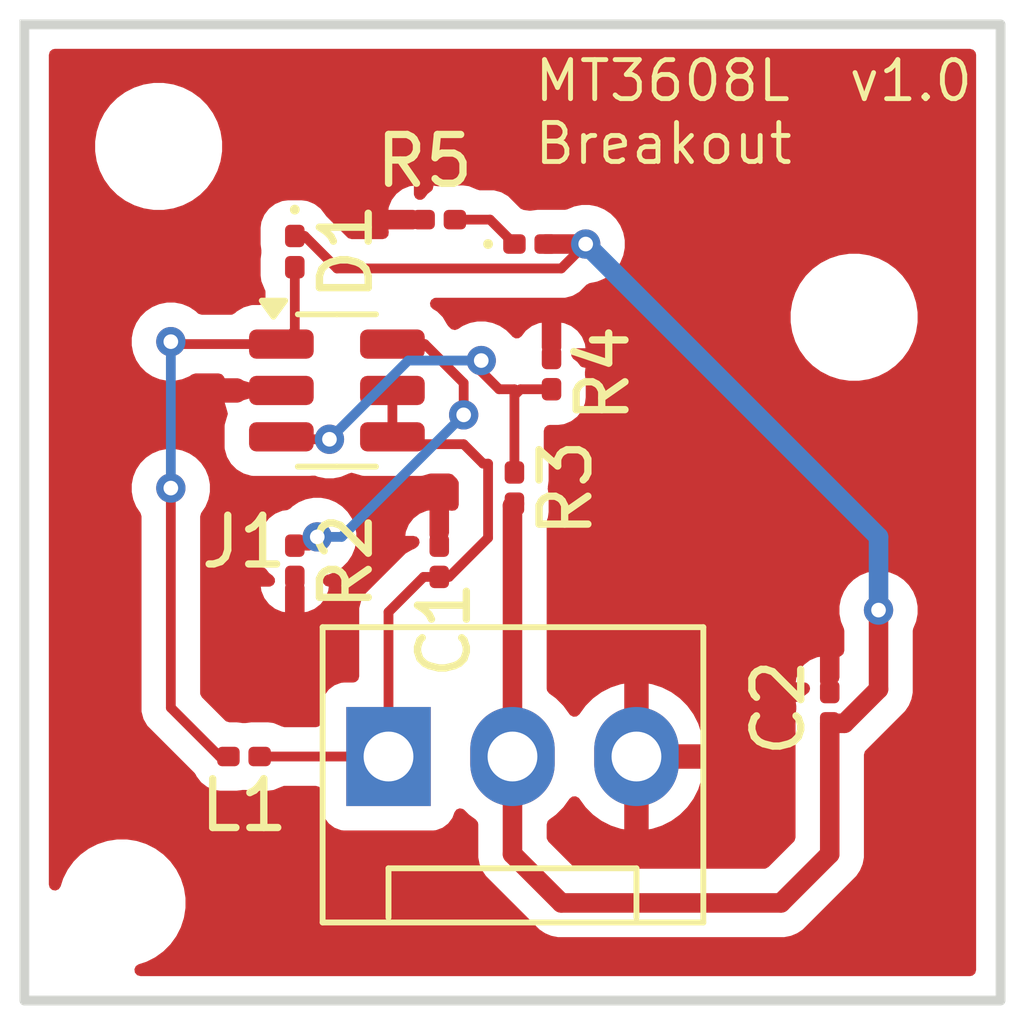
<source format=kicad_pcb>
(kicad_pcb (version 20241229) (generator "pcbnew") (generator_version "9.0")
  (layers (0 "F.Cu" signal) (2 "B.Cu" signal) (13 "F.Paste" user) (15 "B.Paste" user) (5 "F.SilkS" user "F.Silkscreen") (7 "B.SilkS" user "B.Silkscreen") (1 "F.Mask" user) (3 "B.Mask" user) (25 "Edge.Cuts" user))
  (net 0 "")
  (net 1 "VCC")
  (net 2 "GND")
  (net 3 "+5V")
  (net 4 "Net-(D1-A)")
  (net 5 "Net-(D2-K)")
  (net 6 "Net-(U1-OC)")
  (net 7 "Net-(U1-FB)")
  (footprint "Resistor_SMD:R_0201_0603Metric" (layer "F.Cu") (at 10.8 7.155 -90)
    (property "Reference" "R4" (at 0 -1.05 90) (layer "F.SilkS"))
    (property "Value" "15k")
    (pad "1" smd roundrect (at -0.32 0 270) (size 0.46 0.4) (layers "F.Cu" "F.Mask") (net 2 "GND"))
    (pad "2" smd roundrect (at 0.32 0 270) (size 0.46 0.4) (layers "F.Cu" "F.Mask") (net 7 "Net-(U1-FB)"))
  )
  (footprint "Connector:FanPinHeader_1x03_P2.54mm_Vertical" (layer "F.Cu") (at 7.46 15)
    (property "Reference" "J1" (at -2.96 -4.4 0) (layer "F.SilkS"))
    (property "Value" "Conn_01x03_Pin" (hide yes))
    (fp_line (start -1.35 -2.65) (end 6.45 -2.65) (stroke (width 0.12)) (layer "F.SilkS"))
    (fp_line (start -1.35 3.4) (end -1.35 -2.65) (stroke (width 0.12)) (layer "F.SilkS"))
    (fp_line (start 0 2.29) (end 5.08 2.29) (stroke (width 0.12)) (layer "F.SilkS"))
    (fp_line (start 0 3.3) (end 0 2.29) (stroke (width 0.12)) (layer "F.SilkS"))
    (fp_line (start 5.08 2.29) (end 5.08 3.3) (stroke (width 0.12)) (layer "F.SilkS"))
    (fp_line (start 6.45 -2.65) (end 6.45 3.4) (stroke (width 0.12)) (layer "F.SilkS"))
    (fp_line (start 6.45 3.4) (end -1.35 3.4) (stroke (width 0.12)) (layer "F.SilkS"))
    (pad "1" thru_hole rect (at 0 0 90) (size 2.03 1.73) (drill 1.02) (layers "*.Cu" "*.Mask") (net 1 "VCC"))
    (pad "2" thru_hole oval (at 2.54 0 90) (size 2.03 1.73) (drill 1.02) (layers "*.Cu" "*.Mask") (net 3 "+5V"))
    (pad "3" thru_hole oval (at 5.08 0 90) (size 2.03 1.73) (drill 1.02) (layers "*.Cu" "*.Mask") (net 2 "GND"))
  )
  (footprint "Resistor_SMD:R_0201_0603Metric" (layer "F.Cu") (at 8.5 4)
    (property "Reference" "R5" (at -0.3 -1.2 0) (layer "F.SilkS"))
    (property "Value" "1k")
    (pad "1" smd roundrect (at -0.32 0) (size 0.46 0.4) (layers "F.Cu" "F.Mask") (net 2 "GND"))
    (pad "2" smd roundrect (at 0.32 0) (size 0.46 0.4) (layers "F.Cu" "F.Mask") (net 5 "Net-(D2-K)"))
  )
  (footprint "Diode_SMD:D_0201_0603Metric" (layer "F.Cu") (at 5.54 4.655 -90)
    (property "Reference" "D1" (at 0 -1.05 90) (layer "F.SilkS"))
    (property "Value" "D_Schottky" (hide yes))
    (fp_circle (center -0.86 0) (end -0.81 0) (stroke (width 0.1)) (fill no) (layer "F.SilkS"))
    (pad "1" smd roundrect (at -0.32 0 270) (size 0.46 0.4) (layers "F.Cu" "F.Mask") (net 3 "+5V"))
    (pad "2" smd roundrect (at 0.32 0 270) (size 0.46 0.4) (layers "F.Cu" "F.Mask") (net 4 "Net-(D1-A)"))
  )
  (footprint "Inductor_SMD:L_0201_0603Metric" (layer "F.Cu") (at 4.5 15 180)
    (property "Reference" "L1" (at 0 -1 0) (layer "F.SilkS"))
    (property "Value" "4.7uH")
    (pad "1" smd roundrect (at -0.32 0 180) (size 0.46 0.4) (layers "F.Cu" "F.Mask") (net 1 "VCC"))
    (pad "2" smd roundrect (at 0.32 0 180) (size 0.46 0.4) (layers "F.Cu" "F.Mask") (net 4 "Net-(D1-A)"))
  )
  (footprint "Capacitor_SMD:C_0201_0603Metric" (layer "F.Cu") (at 8.5 11 90)
    (property "Reference" "C1" (at -1.4 0.1 90) (layer "F.SilkS"))
    (property "Value" "22uF")
    (pad "1" smd roundrect (at -0.32 0 90) (size 0.46 0.4) (layers "F.Cu" "F.Mask") (net 1 "VCC"))
    (pad "2" smd roundrect (at 0.32 0 90) (size 0.46 0.4) (layers "F.Cu" "F.Mask") (net 2 "GND"))
  )
  (footprint "Resistor_SMD:R_0201_0603Metric" (layer "F.Cu") (at 5.54 11 -90)
    (property "Reference" "R2" (at 0 -1.05 90) (layer "F.SilkS"))
    (property "Value" "R_set")
    (pad "1" smd roundrect (at -0.32 0 270) (size 0.46 0.4) (layers "F.Cu" "F.Mask") (net 6 "Net-(U1-OC)"))
    (pad "2" smd roundrect (at 0.32 0 270) (size 0.46 0.4) (layers "F.Cu" "F.Mask") (net 2 "GND"))
  )
  (footprint "" (layer "F.Cu") (at 2 18)
    (property "Reference" "" (at 0 0 0) (layer "F.SilkS") (effects (font (size 1.27 1.27))))
    (property "Value" "")
    (pad "" np_thru_hole circle (at 0 0) (size 2.1 2.1) (drill 2.1) (layers "*.Cu" "*.Mask"))
  )
  (footprint "Resistor_SMD:R_0201_0603Metric" (layer "F.Cu") (at 10.04 9.5 -90)
    (property "Reference" "R3" (at 0 -1.05 90) (layer "F.SilkS"))
    (property "Value" "110k")
    (pad "1" smd roundrect (at -0.32 0 270) (size 0.46 0.4) (layers "F.Cu" "F.Mask") (net 7 "Net-(U1-FB)"))
    (pad "2" smd roundrect (at 0.32 0 270) (size 0.46 0.4) (layers "F.Cu" "F.Mask") (net 3 "+5V"))
  )
  (footprint "Package_TO_SOT_SMD:SOT-23-6" (layer "F.Cu") (at 6.4025 7.5)
    (property "Reference" "U1" (hide yes))
    (property "Value" "MT3608" (hide yes))
    (fp_line (start 0 -1.56) (end -0.8 -1.56) (stroke (width 0.12)) (layer "F.SilkS"))
    (fp_line (start 0 -1.56) (end 0.8 -1.56) (stroke (width 0.12)) (layer "F.SilkS"))
    (fp_line (start 0 1.56) (end -0.8 1.56) (stroke (width 0.12)) (layer "F.SilkS"))
    (fp_line (start 0 1.56) (end 0.8 1.56) (stroke (width 0.12)) (layer "F.SilkS"))
    (fp_poly (pts (xy -1.3 -1.51) (xy -1.54 -1.84) (xy -1.06 -1.84)) (stroke (width 0.12)) (fill yes) (layer "F.SilkS"))
    (pad "1" smd roundrect (at -1.1375 -0.95) (size 1.325 0.6) (layers "F.Cu" "F.Mask" "F.Paste") (net 4 "Net-(D1-A)"))
    (pad "2" smd roundrect (at -1.1375 0) (size 1.325 0.6) (layers "F.Cu" "F.Mask" "F.Paste") (net 2 "GND"))
    (pad "3" smd roundrect (at -1.1375 0.95) (size 1.325 0.6) (layers "F.Cu" "F.Mask" "F.Paste") (net 7 "Net-(U1-FB)"))
    (pad "4" smd roundrect (at 1.1375 0.95) (size 1.325 0.6) (layers "F.Cu" "F.Mask" "F.Paste") (net 1 "VCC"))
    (pad "5" smd roundrect (at 1.1375 0) (size 1.325 0.6) (layers "F.Cu" "F.Mask" "F.Paste") (net 1 "VCC"))
    (pad "6" smd roundrect (at 1.1375 -0.95) (size 1.325 0.6) (layers "F.Cu" "F.Mask" "F.Paste") (net 6 "Net-(U1-OC)"))
  )
  (footprint "LED_SMD:LED_0201_0603Metric" (layer "F.Cu") (at 10.36 4.5)
    (property "Reference" "D2" (hide yes))
    (property "Value" "LED")
    (fp_circle (center -0.86 0) (end -0.81 0) (stroke (width 0.1)) (fill no) (layer "F.SilkS"))
    (pad "1" smd roundrect (at -0.32 0) (size 0.46 0.4) (layers "F.Cu" "F.Mask") (net 5 "Net-(D2-K)"))
    (pad "2" smd roundrect (at 0.32 0) (size 0.46 0.4) (layers "F.Cu" "F.Mask") (net 3 "+5V"))
  )
  (footprint "" (layer "F.Cu") (at 2.75 2.5)
    (property "Reference" "" (at 0 0 0) (layer "F.SilkS") (effects (font (size 1.27 1.27))))
    (property "Value" "")
    (pad "" np_thru_hole circle (at 0 0) (size 2.1 2.1) (drill 2.1) (layers "*.Cu" "*.Mask"))
  )
  (footprint "MountingHole:MountingHole_2.1mm" (layer "F.Cu") (at 17 6)
    (property "Reference" "REF**" (hide yes))
    (property "Value" "MountingHole_2.1mm" (hide yes))
    (pad "" np_thru_hole circle (at 0 0) (size 2.1 2.1) (drill 2.1) (layers "*.Cu" "*.Mask"))
  )
  (footprint "Capacitor_SMD:C_0201_0603Metric" (layer "F.Cu") (at 16.5 14 90)
    (property "Reference" "C2" (at 0 -1.05 90) (layer "F.SilkS"))
    (property "Value" "22uF")
    (pad "1" smd roundrect (at -0.32 0 90) (size 0.46 0.4) (layers "F.Cu" "F.Mask") (net 3 "+5V"))
    (pad "2" smd roundrect (at 0.32 0 90) (size 0.46 0.4) (layers "F.Cu" "F.Mask") (net 2 "GND"))
  )
  (gr_rect (start 0 0) (end 20 20) (stroke (width 0.2)) (fill no) (layer "Edge.Cuts"))
  (gr_text "MT3608L  v1.0\nBreakout\n\n" (at 10.4 4.2 0) (layer "F.SilkS") (effects (font (size 0.8 0.8) (thickness 0.1) (bold yes)) (justify left bottom)))
  (segment (start 8.699999 11.32) (end 8.5 11.32) (width 0.2) (layer "F.Cu") (net 1))
  (segment (start 7.54 8.45) (end 7.54 7.5) (width 0.2) (layer "F.Cu") (net 1))
  (segment (start 9.399 9) (end 9.5 9) (width 0.2) (layer "F.Cu") (net 1))
  (segment (start 8.18 11.32) (end 7.46 12.04) (width 0.2) (layer "F.Cu") (net 1))
  (segment (start 8.5 11.32) (end 8.18 11.32) (width 0.2) (layer "F.Cu") (net 1))
  (segment (start 7.46 12.04) (end 7.46 15) (width 0.2) (layer "F.Cu") (net 1))
  (segment (start 9.5 9) (end 9.5 10.519999) (width 0.2) (layer "F.Cu") (net 1))
  (segment (start 9.5 10.519999) (end 8.699999 11.32) (width 0.2) (layer "F.Cu") (net 1))
  (segment (start 7.46 15) (end 4.82 15) (width 0.2) (layer "F.Cu") (net 1))
  (segment (start 9 8.601) (end 9.399 9) (width 0.2) (layer "F.Cu") (net 1))
  (segment (start 7.691 8.601) (end 9 8.601) (width 0.2) (layer "F.Cu") (net 1))
  (segment (start 7.54 8.45) (end 7.691 8.601) (width 0.2) (layer "F.Cu") (net 1))
  (segment (start 11.5 4.5) (end 10.68 4.5) (width 0.4) (layer "F.Cu") (net 3))
  (segment (start 10 9.86) (end 10.04 9.82) (width 0.4) (layer "F.Cu") (net 3))
  (segment (start 11 18) (end 15.5 18) (width 0.4) (layer "F.Cu") (net 3))
  (segment (start 16.5 17) (end 16.5 14.32) (width 0.4) (layer "F.Cu") (net 3))
  (segment (start 5.54 4.335) (end 5.739999 4.335) (width 0.2) (layer "F.Cu") (net 3))
  (segment (start 16.5 14.32) (end 16.801292 14.32) (width 0.4) (layer "F.Cu") (net 3))
  (segment (start 10 15) (end 10 9.86) (width 0.4) (layer "F.Cu") (net 3))
  (segment (start 16.801292 14.32) (end 17.5 13.621292) (width 0.4) (layer "F.Cu") (net 3))
  (segment (start 10 15) (end 10 17) (width 0.4) (layer "F.Cu") (net 3))
  (segment (start 15.5 18) (end 16.5 17) (width 0.4) (layer "F.Cu") (net 3))
  (segment (start 11 5) (end 11.5 4.5) (width 0.2) (layer "F.Cu") (net 3))
  (segment (start 5.739999 4.335) (end 6.404999 5) (width 0.2) (layer "F.Cu") (net 3))
  (segment (start 6.404999 5) (end 11 5) (width 0.2) (layer "F.Cu") (net 3))
  (segment (start 17.5 13.621292) (end 17.5 12) (width 0.4) (layer "F.Cu") (net 3))
  (segment (start 10 17) (end 11 18) (width 0.4) (layer "F.Cu") (net 3))
  (via (at 17.5 12) (size 0.6) (drill 0.3) (layers "F.Cu" "B.Cu") (net 3))
  (via (at 11.5 4.5) (size 0.6) (drill 0.3) (layers "F.Cu" "B.Cu") (net 3))
  (segment (start 17.5 12) (end 17.5 10.5) (width 0.4) (layer "B.Cu") (net 3))
  (segment (start 17.5 10.5) (end 11.5 4.5) (width 0.4) (layer "B.Cu") (net 3))
  (segment (start 5.54 4.975) (end 5.54 6.275) (width 0.2) (layer "F.Cu") (net 4))
  (segment (start 3.05 6.55) (end 5.265 6.55) (width 0.2) (layer "F.Cu") (net 4))
  (segment (start 3 14) (end 3 9.5) (width 0.2) (layer "F.Cu") (net 4))
  (segment (start 4 15) (end 3 14) (width 0.2) (layer "F.Cu") (net 4))
  (segment (start 3 6.5) (end 3.05 6.55) (width 0.2) (layer "F.Cu") (net 4))
  (segment (start 5.54 6.275) (end 5.265 6.55) (width 0.2) (layer "F.Cu") (net 4))
  (segment (start 4.18 15) (end 4 15) (width 0.2) (layer "F.Cu") (net 4))
  (via (at 3 6.5) (size 0.6) (drill 0.3) (layers "F.Cu" "B.Cu") (net 4))
  (via (at 3 9.5) (size 0.6) (drill 0.3) (layers "F.Cu" "B.Cu") (net 4))
  (segment (start 3 9.5) (end 3 6.5) (width 0.2) (layer "B.Cu") (net 4))
  (segment (start 9.54 4) (end 10.04 4.5) (width 0.2) (layer "F.Cu") (net 5))
  (segment (start 8.82 4) (end 9.54 4) (width 0.2) (layer "F.Cu") (net 5))
  (segment (start 9 7.347501) (end 8.202499 6.55) (width 0.2) (layer "F.Cu") (net 6))
  (segment (start 8.202499 6.55) (end 7.54 6.55) (width 0.2) (layer "F.Cu") (net 6))
  (segment (start 5.54 10.68) (end 5.82 10.68) (width 0.2) (layer "F.Cu") (net 6))
  (segment (start 5.82 10.68) (end 6 10.5) (width 0.2) (layer "F.Cu") (net 6))
  (segment (start 9 8) (end 9 7.347501) (width 0.2) (layer "F.Cu") (net 6))
  (via (at 9 8) (size 0.6) (drill 0.3) (layers "F.Cu" "B.Cu") (net 6))
  (via (at 6 10.5) (size 0.6) (drill 0.3) (layers "F.Cu" "B.Cu") (net 6))
  (segment (start 6.5 10.5) (end 9 8) (width 0.2) (layer "B.Cu") (net 6))
  (segment (start 6 10.5) (end 6.5 10.5) (width 0.2) (layer "B.Cu") (net 6))
  (segment (start 9.725 7.475) (end 9.360001 7.110001) (width 0.2) (layer "F.Cu") (net 7))
  (segment (start 5.315 8.5) (end 5.265 8.45) (width 0.2) (layer "F.Cu") (net 7))
  (segment (start 10.04 7.475) (end 9.725 7.475) (width 0.2) (layer "F.Cu") (net 7))
  (segment (start 10.04 7.6) (end 10.165 7.475) (width 0.2) (layer "F.Cu") (net 7))
  (segment (start 10.04 7.6) (end 10.04 9.18) (width 0.2) (layer "F.Cu") (net 7))
  (segment (start 10.04 7.475) (end 10.04 7.6) (width 0.2) (layer "F.Cu") (net 7))
  (segment (start 6.25 8.5) (end 5.315 8.5) (width 0.2) (layer "F.Cu") (net 7))
  (segment (start 10.165 7.475) (end 10.8 7.475) (width 0.2) (layer "F.Cu") (net 7))
  (segment (start 9.360001 7.110001) (end 9.360001 6.887258) (width 0.2) (layer "F.Cu") (net 7))
  (via (at 6.25 8.5) (size 0.6) (drill 0.3) (layers "F.Cu" "B.Cu") (net 7))
  (via (at 9.360001 6.887258) (size 0.6) (drill 0.3) (layers "F.Cu" "B.Cu") (net 7))
  (segment (start 9.360001 6.887258) (end 7.862742 6.887258) (width 0.2) (layer "B.Cu") (net 7))
  (segment (start 7.862742 6.887258) (end 6.25 8.5) (width 0.2) (layer "B.Cu") (net 7))
  (zone (net 2) (net_name "GND") (layer "F.Cu") (connect_pads (clearance 0.5)) (min_thickness 0.25) (fill yes (thermal_gap 0.5) (thermal_bridge_width 0.5))
    (polygon (pts (xy -0.5 -0.5) (xy 20.5 -0.5) (xy 20.5 20.5) (xy -0.5 20.5)))
  )
)
</source>
